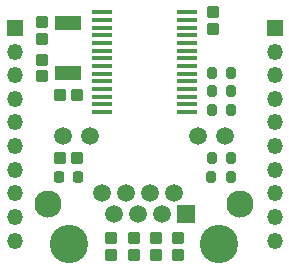
<source format=gbr>
%TF.GenerationSoftware,KiCad,Pcbnew,7.0.7*%
%TF.CreationDate,2023-10-04T23:51:43-06:00*%
%TF.ProjectId,GigE_Module,47696745-5f4d-46f6-9475-6c652e6b6963,rev?*%
%TF.SameCoordinates,Original*%
%TF.FileFunction,Soldermask,Bot*%
%TF.FilePolarity,Negative*%
%FSLAX46Y46*%
G04 Gerber Fmt 4.6, Leading zero omitted, Abs format (unit mm)*
G04 Created by KiCad (PCBNEW 7.0.7) date 2023-10-04 23:51:43*
%MOMM*%
%LPD*%
G01*
G04 APERTURE LIST*
G04 Aperture macros list*
%AMRoundRect*
0 Rectangle with rounded corners*
0 $1 Rounding radius*
0 $2 $3 $4 $5 $6 $7 $8 $9 X,Y pos of 4 corners*
0 Add a 4 corners polygon primitive as box body*
4,1,4,$2,$3,$4,$5,$6,$7,$8,$9,$2,$3,0*
0 Add four circle primitives for the rounded corners*
1,1,$1+$1,$2,$3*
1,1,$1+$1,$4,$5*
1,1,$1+$1,$6,$7*
1,1,$1+$1,$8,$9*
0 Add four rect primitives between the rounded corners*
20,1,$1+$1,$2,$3,$4,$5,0*
20,1,$1+$1,$4,$5,$6,$7,0*
20,1,$1+$1,$6,$7,$8,$9,0*
20,1,$1+$1,$8,$9,$2,$3,0*%
G04 Aperture macros list end*
%ADD10C,3.250000*%
%ADD11R,1.500000X1.500000*%
%ADD12C,1.500000*%
%ADD13C,2.300000*%
%ADD14R,1.350000X1.350000*%
%ADD15O,1.350000X1.350000*%
%ADD16RoundRect,0.200000X0.200000X0.275000X-0.200000X0.275000X-0.200000X-0.275000X0.200000X-0.275000X0*%
%ADD17R,1.750000X0.450000*%
%ADD18RoundRect,0.250000X-0.275000X0.287500X-0.275000X-0.287500X0.275000X-0.287500X0.275000X0.287500X0*%
%ADD19RoundRect,0.250000X0.275000X-0.287500X0.275000X0.287500X-0.275000X0.287500X-0.275000X-0.287500X0*%
%ADD20RoundRect,0.218750X-0.218750X-0.256250X0.218750X-0.256250X0.218750X0.256250X-0.218750X0.256250X0*%
%ADD21RoundRect,0.200000X-0.200000X-0.275000X0.200000X-0.275000X0.200000X0.275000X-0.200000X0.275000X0*%
%ADD22R,2.200000X1.300000*%
%ADD23RoundRect,0.250000X-0.287500X-0.275000X0.287500X-0.275000X0.287500X0.275000X-0.287500X0.275000X0*%
%ADD24RoundRect,0.250000X0.287500X0.275000X-0.287500X0.275000X-0.287500X-0.275000X0.287500X-0.275000X0*%
G04 APERTURE END LIST*
D10*
%TO.C,J1*%
X151060000Y-104350000D03*
X138360000Y-104350000D03*
D11*
X148270000Y-101810000D03*
D12*
X147254000Y-100030000D03*
X146238000Y-101810000D03*
X145222000Y-100030000D03*
X144206000Y-101810000D03*
X143190000Y-100030000D03*
X142174000Y-101810000D03*
X141158000Y-100030000D03*
X151570000Y-95210000D03*
X149280000Y-95210000D03*
X140140000Y-95210000D03*
X137850000Y-95210000D03*
D13*
X152840000Y-100920000D03*
X136580000Y-100920000D03*
%TD*%
D14*
%TO.C,J3*%
X155772000Y-86025000D03*
D15*
X155772000Y-88025000D03*
X155772000Y-90025000D03*
X155772000Y-92025000D03*
X155772000Y-94025000D03*
X155772000Y-96025000D03*
X155772000Y-98025000D03*
X155772000Y-100025000D03*
X155772000Y-102025000D03*
X155772000Y-104025000D03*
%TD*%
D14*
%TO.C,J2*%
X133772000Y-86025000D03*
D15*
X133772000Y-88025000D03*
X133772000Y-90025000D03*
X133772000Y-92025000D03*
X133772000Y-94025000D03*
X133772000Y-96025000D03*
X133772000Y-98025000D03*
X133772000Y-100025000D03*
X133772000Y-102025000D03*
X133772000Y-104025000D03*
%TD*%
D16*
%TO.C,R2*%
X152072000Y-91325000D03*
X150422000Y-91325000D03*
%TD*%
D17*
%TO.C,U4*%
X148372000Y-84700000D03*
X148372000Y-85350000D03*
X148372000Y-86000000D03*
X148372000Y-86650000D03*
X148372000Y-87300000D03*
X148372000Y-87950000D03*
X148372000Y-88600000D03*
X148372000Y-89250000D03*
X148372000Y-89900000D03*
X148372000Y-90550000D03*
X148372000Y-91200000D03*
X148372000Y-91850000D03*
X148372000Y-92500000D03*
X148372000Y-93150000D03*
X141172000Y-93150000D03*
X141172000Y-92500000D03*
X141172000Y-91850000D03*
X141172000Y-91200000D03*
X141172000Y-90550000D03*
X141172000Y-89900000D03*
X141172000Y-89250000D03*
X141172000Y-88600000D03*
X141172000Y-87950000D03*
X141172000Y-87300000D03*
X141172000Y-86650000D03*
X141172000Y-86000000D03*
X141172000Y-85350000D03*
X141172000Y-84700000D03*
%TD*%
D18*
%TO.C,C7*%
X145720000Y-103847500D03*
X145720000Y-105272500D03*
%TD*%
%TO.C,C6*%
X143820000Y-103847500D03*
X143820000Y-105272500D03*
%TD*%
D16*
%TO.C,R5*%
X152065000Y-98680000D03*
X150415000Y-98680000D03*
%TD*%
D19*
%TO.C,C3*%
X136080000Y-86940000D03*
X136080000Y-85515000D03*
%TD*%
D20*
%TO.C,L1*%
X137535000Y-98684000D03*
X139110000Y-98684000D03*
%TD*%
D18*
%TO.C,C8*%
X147620000Y-103847500D03*
X147620000Y-105272500D03*
%TD*%
D21*
%TO.C,R4*%
X150425000Y-97030000D03*
X152075000Y-97030000D03*
%TD*%
D18*
%TO.C,C2*%
X136080000Y-88710000D03*
X136080000Y-90135000D03*
%TD*%
D16*
%TO.C,R1*%
X152072000Y-89800000D03*
X150422000Y-89800000D03*
%TD*%
D22*
%TO.C,Y1*%
X138312000Y-89825000D03*
X138312000Y-85625000D03*
%TD*%
D23*
%TO.C,C4*%
X137622000Y-91710000D03*
X139047000Y-91710000D03*
%TD*%
D18*
%TO.C,C5*%
X141920000Y-103847500D03*
X141920000Y-105272500D03*
%TD*%
%TO.C,C1*%
X150572000Y-84712500D03*
X150572000Y-86137500D03*
%TD*%
D24*
%TO.C,C9*%
X139057500Y-97030000D03*
X137632500Y-97030000D03*
%TD*%
D21*
%TO.C,R3*%
X150422000Y-92975000D03*
X152072000Y-92975000D03*
%TD*%
M02*

</source>
